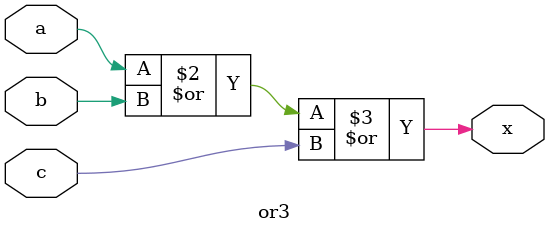
<source format=v>
`timescale 1ns / 1ps


module or3(
    input a,
    input b,
    input c,
    output reg x
    );
    
    always @(a or b or c)
        x = a | b | c;
        
endmodule

</source>
